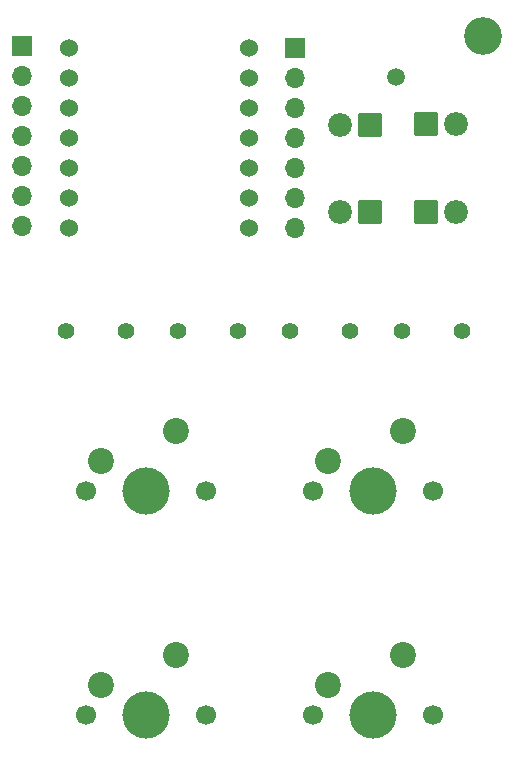
<source format=gbr>
%TF.GenerationSoftware,KiCad,Pcbnew,9.0.3*%
%TF.CreationDate,2025-07-25T20:10:58+07:00*%
%TF.ProjectId,Pathfinder,50617468-6669-46e6-9465-722e6b696361,rev?*%
%TF.SameCoordinates,Original*%
%TF.FileFunction,Soldermask,Bot*%
%TF.FilePolarity,Negative*%
%FSLAX46Y46*%
G04 Gerber Fmt 4.6, Leading zero omitted, Abs format (unit mm)*
G04 Created by KiCad (PCBNEW 9.0.3) date 2025-07-25 20:10:58*
%MOMM*%
%LPD*%
G01*
G04 APERTURE LIST*
G04 Aperture macros list*
%AMRoundRect*
0 Rectangle with rounded corners*
0 $1 Rounding radius*
0 $2 $3 $4 $5 $6 $7 $8 $9 X,Y pos of 4 corners*
0 Add a 4 corners polygon primitive as box body*
4,1,4,$2,$3,$4,$5,$6,$7,$8,$9,$2,$3,0*
0 Add four circle primitives for the rounded corners*
1,1,$1+$1,$2,$3*
1,1,$1+$1,$4,$5*
1,1,$1+$1,$6,$7*
1,1,$1+$1,$8,$9*
0 Add four rect primitives between the rounded corners*
20,1,$1+$1,$2,$3,$4,$5,0*
20,1,$1+$1,$4,$5,$6,$7,0*
20,1,$1+$1,$6,$7,$8,$9,0*
20,1,$1+$1,$8,$9,$2,$3,0*%
G04 Aperture macros list end*
%ADD10O,1.700000X1.700000*%
%ADD11R,1.700000X1.700000*%
%ADD12C,1.400000*%
%ADD13C,1.700000*%
%ADD14C,4.000000*%
%ADD15C,2.200000*%
%ADD16C,2.019000*%
%ADD17RoundRect,0.102000X-0.907500X-0.907500X0.907500X-0.907500X0.907500X0.907500X-0.907500X0.907500X0*%
%ADD18C,1.524000*%
%ADD19RoundRect,0.102000X0.907500X0.907500X-0.907500X0.907500X-0.907500X-0.907500X0.907500X-0.907500X0*%
%ADD20C,3.200000*%
%ADD21C,1.500000*%
G04 APERTURE END LIST*
D10*
%TO.C,J2*%
X158042500Y-80610000D03*
X158042500Y-78070000D03*
X158042500Y-75530000D03*
X158042500Y-72990000D03*
X158042500Y-70450000D03*
X158042500Y-67910000D03*
D11*
X158042500Y-65370000D03*
%TD*%
D10*
%TO.C,J1*%
X134967500Y-80500000D03*
X134967500Y-77960000D03*
X134967500Y-75420000D03*
X134967500Y-72880000D03*
X134967500Y-70340000D03*
X134967500Y-67800000D03*
D11*
X134967500Y-65260000D03*
%TD*%
D12*
%TO.C,R2*%
X148137500Y-89335000D03*
X153217500Y-89335000D03*
%TD*%
%TO.C,R1*%
X138642500Y-89335000D03*
X143722500Y-89335000D03*
%TD*%
D13*
%TO.C,SW4*%
X159562500Y-121900000D03*
D14*
X164642500Y-121900000D03*
D13*
X169722500Y-121900000D03*
D15*
X167182500Y-116820000D03*
X160832500Y-119360000D03*
%TD*%
D12*
%TO.C,R3*%
X157637500Y-89335000D03*
X162717500Y-89335000D03*
%TD*%
D16*
%TO.C,D4*%
X171682500Y-79325106D03*
D17*
X169142500Y-79325106D03*
%TD*%
D12*
%TO.C,R4*%
X167127500Y-89335000D03*
X172207500Y-89335000D03*
%TD*%
D18*
%TO.C,XIAO-RP2040*%
X138892500Y-65360000D03*
X138892500Y-67900000D03*
X138892500Y-70440000D03*
X138892500Y-72980000D03*
X138892500Y-75520000D03*
X138892500Y-78060000D03*
X138892500Y-80600000D03*
X154132500Y-80600000D03*
X154132500Y-78060000D03*
X154132500Y-75520000D03*
X154132500Y-72980000D03*
X154132500Y-70440000D03*
X154132500Y-67900000D03*
X154132500Y-65360000D03*
%TD*%
D19*
%TO.C,D1*%
X164389573Y-79300000D03*
D16*
X161849573Y-79300000D03*
%TD*%
D20*
%TO.C,REF\u002A\u002A*%
X173982500Y-64420000D03*
%TD*%
D16*
%TO.C,D2*%
X161850000Y-71894894D03*
D19*
X164390000Y-71894894D03*
%TD*%
D13*
%TO.C,SW2*%
X159562500Y-102900000D03*
D14*
X164642500Y-102900000D03*
D13*
X169722500Y-102900000D03*
D15*
X167182500Y-97820000D03*
X160832500Y-100360000D03*
%TD*%
D21*
%TO.C,J3*%
X166650000Y-67850000D03*
%TD*%
D13*
%TO.C,SW1*%
X140372500Y-102900000D03*
D14*
X145452500Y-102900000D03*
D13*
X150532500Y-102900000D03*
D15*
X147992500Y-97820000D03*
X141642500Y-100360000D03*
%TD*%
D16*
%TO.C,D3*%
X171682500Y-71860000D03*
D17*
X169142500Y-71860000D03*
%TD*%
D13*
%TO.C,SW3*%
X140372500Y-121900000D03*
D14*
X145452500Y-121900000D03*
D13*
X150532500Y-121900000D03*
D15*
X147992500Y-116820000D03*
X141642500Y-119360000D03*
%TD*%
M02*

</source>
